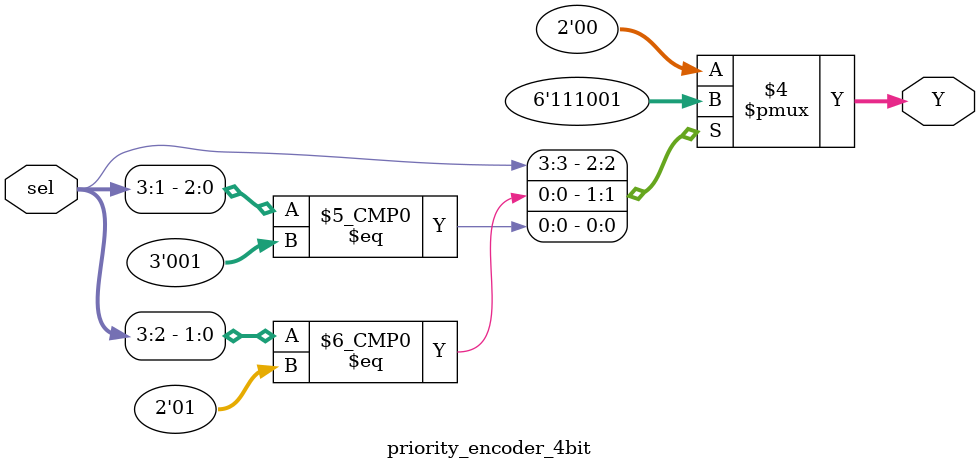
<source format=v>
module priority_encoder_4bit(
    input  wire [3:0] sel,
    output reg  [1:0] Y
);

always @(*) begin
    casex (sel)
        4'b1xxx : Y=2'b11;
        4'b01xx : Y=2'b10;
        4'b001x : Y=2'b01;
        4'b0001 : Y=2'b00;
        default : Y=2'b00;
    endcase
end
endmodule
</source>
